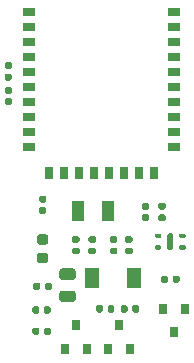
<source format=gbr>
G04 #@! TF.GenerationSoftware,KiCad,Pcbnew,(5.1.6)-1*
G04 #@! TF.CreationDate,2021-05-25T10:57:31+03:00*
G04 #@! TF.ProjectId,parasite,70617261-7369-4746-952e-6b696361645f,1.0.0*
G04 #@! TF.SameCoordinates,Original*
G04 #@! TF.FileFunction,Paste,Top*
G04 #@! TF.FilePolarity,Positive*
%FSLAX46Y46*%
G04 Gerber Fmt 4.6, Leading zero omitted, Abs format (unit mm)*
G04 Created by KiCad (PCBNEW (5.1.6)-1) date 2021-05-25 10:57:31*
%MOMM*%
%LPD*%
G01*
G04 APERTURE LIST*
%ADD10R,1.000000X0.650000*%
%ADD11R,0.650000X1.000000*%
%ADD12R,1.000000X1.800000*%
%ADD13R,0.800000X0.900000*%
%ADD14R,1.300000X1.700000*%
G04 APERTURE END LIST*
G36*
G01*
X58927500Y-38475000D02*
X59272500Y-38475000D01*
G75*
G02*
X59420000Y-38622500I0J-147500D01*
G01*
X59420000Y-38917500D01*
G75*
G02*
X59272500Y-39065000I-147500J0D01*
G01*
X58927500Y-39065000D01*
G75*
G02*
X58780000Y-38917500I0J147500D01*
G01*
X58780000Y-38622500D01*
G75*
G02*
X58927500Y-38475000I147500J0D01*
G01*
G37*
G36*
G01*
X58927500Y-37505000D02*
X59272500Y-37505000D01*
G75*
G02*
X59420000Y-37652500I0J-147500D01*
G01*
X59420000Y-37947500D01*
G75*
G02*
X59272500Y-38095000I-147500J0D01*
G01*
X58927500Y-38095000D01*
G75*
G02*
X58780000Y-37947500I0J147500D01*
G01*
X58780000Y-37652500D01*
G75*
G02*
X58927500Y-37505000I147500J0D01*
G01*
G37*
G36*
G01*
X58927500Y-36375000D02*
X59272500Y-36375000D01*
G75*
G02*
X59420000Y-36522500I0J-147500D01*
G01*
X59420000Y-36817500D01*
G75*
G02*
X59272500Y-36965000I-147500J0D01*
G01*
X58927500Y-36965000D01*
G75*
G02*
X58780000Y-36817500I0J147500D01*
G01*
X58780000Y-36522500D01*
G75*
G02*
X58927500Y-36375000I147500J0D01*
G01*
G37*
G36*
G01*
X58927500Y-35405000D02*
X59272500Y-35405000D01*
G75*
G02*
X59420000Y-35552500I0J-147500D01*
G01*
X59420000Y-35847500D01*
G75*
G02*
X59272500Y-35995000I-147500J0D01*
G01*
X58927500Y-35995000D01*
G75*
G02*
X58780000Y-35847500I0J147500D01*
G01*
X58780000Y-35552500D01*
G75*
G02*
X58927500Y-35405000I147500J0D01*
G01*
G37*
G36*
G01*
X73050000Y-50025000D02*
X73050000Y-51175000D01*
G75*
G02*
X72925000Y-51300000I-125000J0D01*
G01*
X72675000Y-51300000D01*
G75*
G02*
X72550000Y-51175000I0J125000D01*
G01*
X72550000Y-50025000D01*
G75*
G02*
X72675000Y-49900000I125000J0D01*
G01*
X72925000Y-49900000D01*
G75*
G02*
X73050000Y-50025000I0J-125000D01*
G01*
G37*
G36*
G01*
X71500000Y-51187500D02*
X71500000Y-51012500D01*
G75*
G02*
X71587500Y-50925000I87500J0D01*
G01*
X71962500Y-50925000D01*
G75*
G02*
X72050000Y-51012500I0J-87500D01*
G01*
X72050000Y-51187500D01*
G75*
G02*
X71962500Y-51275000I-87500J0D01*
G01*
X71587500Y-51275000D01*
G75*
G02*
X71500000Y-51187500I0J87500D01*
G01*
G37*
G36*
G01*
X71500000Y-50187500D02*
X71500000Y-50012500D01*
G75*
G02*
X71587500Y-49925000I87500J0D01*
G01*
X71962500Y-49925000D01*
G75*
G02*
X72050000Y-50012500I0J-87500D01*
G01*
X72050000Y-50187500D01*
G75*
G02*
X71962500Y-50275000I-87500J0D01*
G01*
X71587500Y-50275000D01*
G75*
G02*
X71500000Y-50187500I0J87500D01*
G01*
G37*
G36*
G01*
X74100000Y-50012500D02*
X74100000Y-50187500D01*
G75*
G02*
X74012500Y-50275000I-87500J0D01*
G01*
X73637500Y-50275000D01*
G75*
G02*
X73550000Y-50187500I0J87500D01*
G01*
X73550000Y-50012500D01*
G75*
G02*
X73637500Y-49925000I87500J0D01*
G01*
X74012500Y-49925000D01*
G75*
G02*
X74100000Y-50012500I0J-87500D01*
G01*
G37*
G36*
G01*
X74100000Y-51012500D02*
X74100000Y-51187500D01*
G75*
G02*
X74012500Y-51275000I-87500J0D01*
G01*
X73637500Y-51275000D01*
G75*
G02*
X73550000Y-51187500I0J87500D01*
G01*
X73550000Y-51012500D01*
G75*
G02*
X73637500Y-50925000I87500J0D01*
G01*
X74012500Y-50925000D01*
G75*
G02*
X74100000Y-51012500I0J-87500D01*
G01*
G37*
D10*
X60881000Y-42600000D03*
X60881000Y-41330000D03*
X60881000Y-40060000D03*
X60881000Y-38790000D03*
X60881000Y-37520000D03*
X60881000Y-36250000D03*
X60881000Y-34980000D03*
X60881000Y-33710000D03*
X60881000Y-32440000D03*
X60881000Y-31170000D03*
X73119000Y-38790000D03*
X73119000Y-31170000D03*
X73119000Y-37520000D03*
X73119000Y-32440000D03*
X73119000Y-33710000D03*
X73119000Y-34980000D03*
X73119000Y-40060000D03*
X73119000Y-36250000D03*
X73119000Y-41330000D03*
X73119000Y-42600000D03*
D11*
X70150000Y-44819000D03*
X62530000Y-44819000D03*
X68880000Y-44819000D03*
X63800000Y-44819000D03*
X65070000Y-44819000D03*
X66340000Y-44819000D03*
X71420000Y-44819000D03*
X67610000Y-44819000D03*
D12*
X67500000Y-48000000D03*
X65000000Y-48000000D03*
G36*
G01*
X71927500Y-48275000D02*
X72272500Y-48275000D01*
G75*
G02*
X72420000Y-48422500I0J-147500D01*
G01*
X72420000Y-48717500D01*
G75*
G02*
X72272500Y-48865000I-147500J0D01*
G01*
X71927500Y-48865000D01*
G75*
G02*
X71780000Y-48717500I0J147500D01*
G01*
X71780000Y-48422500D01*
G75*
G02*
X71927500Y-48275000I147500J0D01*
G01*
G37*
G36*
G01*
X71927500Y-47305000D02*
X72272500Y-47305000D01*
G75*
G02*
X72420000Y-47452500I0J-147500D01*
G01*
X72420000Y-47747500D01*
G75*
G02*
X72272500Y-47895000I-147500J0D01*
G01*
X71927500Y-47895000D01*
G75*
G02*
X71780000Y-47747500I0J147500D01*
G01*
X71780000Y-47452500D01*
G75*
G02*
X71927500Y-47305000I147500J0D01*
G01*
G37*
G36*
G01*
X70872500Y-47895000D02*
X70527500Y-47895000D01*
G75*
G02*
X70380000Y-47747500I0J147500D01*
G01*
X70380000Y-47452500D01*
G75*
G02*
X70527500Y-47305000I147500J0D01*
G01*
X70872500Y-47305000D01*
G75*
G02*
X71020000Y-47452500I0J-147500D01*
G01*
X71020000Y-47747500D01*
G75*
G02*
X70872500Y-47895000I-147500J0D01*
G01*
G37*
G36*
G01*
X70872500Y-48865000D02*
X70527500Y-48865000D01*
G75*
G02*
X70380000Y-48717500I0J147500D01*
G01*
X70380000Y-48422500D01*
G75*
G02*
X70527500Y-48275000I147500J0D01*
G01*
X70872500Y-48275000D01*
G75*
G02*
X71020000Y-48422500I0J-147500D01*
G01*
X71020000Y-48717500D01*
G75*
G02*
X70872500Y-48865000I-147500J0D01*
G01*
G37*
G36*
G01*
X69472500Y-50725000D02*
X69127500Y-50725000D01*
G75*
G02*
X68980000Y-50577500I0J147500D01*
G01*
X68980000Y-50282500D01*
G75*
G02*
X69127500Y-50135000I147500J0D01*
G01*
X69472500Y-50135000D01*
G75*
G02*
X69620000Y-50282500I0J-147500D01*
G01*
X69620000Y-50577500D01*
G75*
G02*
X69472500Y-50725000I-147500J0D01*
G01*
G37*
G36*
G01*
X69472500Y-51695000D02*
X69127500Y-51695000D01*
G75*
G02*
X68980000Y-51547500I0J147500D01*
G01*
X68980000Y-51252500D01*
G75*
G02*
X69127500Y-51105000I147500J0D01*
G01*
X69472500Y-51105000D01*
G75*
G02*
X69620000Y-51252500I0J-147500D01*
G01*
X69620000Y-51547500D01*
G75*
G02*
X69472500Y-51695000I-147500J0D01*
G01*
G37*
G36*
G01*
X69575000Y-56472500D02*
X69575000Y-56127500D01*
G75*
G02*
X69722500Y-55980000I147500J0D01*
G01*
X70017500Y-55980000D01*
G75*
G02*
X70165000Y-56127500I0J-147500D01*
G01*
X70165000Y-56472500D01*
G75*
G02*
X70017500Y-56620000I-147500J0D01*
G01*
X69722500Y-56620000D01*
G75*
G02*
X69575000Y-56472500I0J147500D01*
G01*
G37*
G36*
G01*
X68605000Y-56472500D02*
X68605000Y-56127500D01*
G75*
G02*
X68752500Y-55980000I147500J0D01*
G01*
X69047500Y-55980000D01*
G75*
G02*
X69195000Y-56127500I0J-147500D01*
G01*
X69195000Y-56472500D01*
G75*
G02*
X69047500Y-56620000I-147500J0D01*
G01*
X68752500Y-56620000D01*
G75*
G02*
X68605000Y-56472500I0J147500D01*
G01*
G37*
G36*
G01*
X61725000Y-58027500D02*
X61725000Y-58372500D01*
G75*
G02*
X61577500Y-58520000I-147500J0D01*
G01*
X61282500Y-58520000D01*
G75*
G02*
X61135000Y-58372500I0J147500D01*
G01*
X61135000Y-58027500D01*
G75*
G02*
X61282500Y-57880000I147500J0D01*
G01*
X61577500Y-57880000D01*
G75*
G02*
X61725000Y-58027500I0J-147500D01*
G01*
G37*
G36*
G01*
X62695000Y-58027500D02*
X62695000Y-58372500D01*
G75*
G02*
X62547500Y-58520000I-147500J0D01*
G01*
X62252500Y-58520000D01*
G75*
G02*
X62105000Y-58372500I0J147500D01*
G01*
X62105000Y-58027500D01*
G75*
G02*
X62252500Y-57880000I147500J0D01*
G01*
X62547500Y-57880000D01*
G75*
G02*
X62695000Y-58027500I0J-147500D01*
G01*
G37*
G36*
G01*
X67490000Y-56472500D02*
X67490000Y-56127500D01*
G75*
G02*
X67637500Y-55980000I147500J0D01*
G01*
X67932500Y-55980000D01*
G75*
G02*
X68080000Y-56127500I0J-147500D01*
G01*
X68080000Y-56472500D01*
G75*
G02*
X67932500Y-56620000I-147500J0D01*
G01*
X67637500Y-56620000D01*
G75*
G02*
X67490000Y-56472500I0J147500D01*
G01*
G37*
G36*
G01*
X66520000Y-56472500D02*
X66520000Y-56127500D01*
G75*
G02*
X66667500Y-55980000I147500J0D01*
G01*
X66962500Y-55980000D01*
G75*
G02*
X67110000Y-56127500I0J-147500D01*
G01*
X67110000Y-56472500D01*
G75*
G02*
X66962500Y-56620000I-147500J0D01*
G01*
X66667500Y-56620000D01*
G75*
G02*
X66520000Y-56472500I0J147500D01*
G01*
G37*
G36*
G01*
X61827500Y-47675000D02*
X62172500Y-47675000D01*
G75*
G02*
X62320000Y-47822500I0J-147500D01*
G01*
X62320000Y-48117500D01*
G75*
G02*
X62172500Y-48265000I-147500J0D01*
G01*
X61827500Y-48265000D01*
G75*
G02*
X61680000Y-48117500I0J147500D01*
G01*
X61680000Y-47822500D01*
G75*
G02*
X61827500Y-47675000I147500J0D01*
G01*
G37*
G36*
G01*
X61827500Y-46705000D02*
X62172500Y-46705000D01*
G75*
G02*
X62320000Y-46852500I0J-147500D01*
G01*
X62320000Y-47147500D01*
G75*
G02*
X62172500Y-47295000I-147500J0D01*
G01*
X61827500Y-47295000D01*
G75*
G02*
X61680000Y-47147500I0J147500D01*
G01*
X61680000Y-46852500D01*
G75*
G02*
X61827500Y-46705000I147500J0D01*
G01*
G37*
G36*
G01*
X62190000Y-54572500D02*
X62190000Y-54227500D01*
G75*
G02*
X62337500Y-54080000I147500J0D01*
G01*
X62632500Y-54080000D01*
G75*
G02*
X62780000Y-54227500I0J-147500D01*
G01*
X62780000Y-54572500D01*
G75*
G02*
X62632500Y-54720000I-147500J0D01*
G01*
X62337500Y-54720000D01*
G75*
G02*
X62190000Y-54572500I0J147500D01*
G01*
G37*
G36*
G01*
X61220000Y-54572500D02*
X61220000Y-54227500D01*
G75*
G02*
X61367500Y-54080000I147500J0D01*
G01*
X61662500Y-54080000D01*
G75*
G02*
X61810000Y-54227500I0J-147500D01*
G01*
X61810000Y-54572500D01*
G75*
G02*
X61662500Y-54720000I-147500J0D01*
G01*
X61367500Y-54720000D01*
G75*
G02*
X61220000Y-54572500I0J147500D01*
G01*
G37*
D13*
X73100000Y-58300000D03*
X72150000Y-56300000D03*
X74050000Y-56300000D03*
G36*
G01*
X62256250Y-50862500D02*
X61743750Y-50862500D01*
G75*
G02*
X61525000Y-50643750I0J218750D01*
G01*
X61525000Y-50206250D01*
G75*
G02*
X61743750Y-49987500I218750J0D01*
G01*
X62256250Y-49987500D01*
G75*
G02*
X62475000Y-50206250I0J-218750D01*
G01*
X62475000Y-50643750D01*
G75*
G02*
X62256250Y-50862500I-218750J0D01*
G01*
G37*
G36*
G01*
X62256250Y-52437500D02*
X61743750Y-52437500D01*
G75*
G02*
X61525000Y-52218750I0J218750D01*
G01*
X61525000Y-51781250D01*
G75*
G02*
X61743750Y-51562500I218750J0D01*
G01*
X62256250Y-51562500D01*
G75*
G02*
X62475000Y-51781250I0J-218750D01*
G01*
X62475000Y-52218750D01*
G75*
G02*
X62256250Y-52437500I-218750J0D01*
G01*
G37*
G36*
G01*
X61725000Y-56227500D02*
X61725000Y-56572500D01*
G75*
G02*
X61577500Y-56720000I-147500J0D01*
G01*
X61282500Y-56720000D01*
G75*
G02*
X61135000Y-56572500I0J147500D01*
G01*
X61135000Y-56227500D01*
G75*
G02*
X61282500Y-56080000I147500J0D01*
G01*
X61577500Y-56080000D01*
G75*
G02*
X61725000Y-56227500I0J-147500D01*
G01*
G37*
G36*
G01*
X62695000Y-56227500D02*
X62695000Y-56572500D01*
G75*
G02*
X62547500Y-56720000I-147500J0D01*
G01*
X62252500Y-56720000D01*
G75*
G02*
X62105000Y-56572500I0J147500D01*
G01*
X62105000Y-56227500D01*
G75*
G02*
X62252500Y-56080000I147500J0D01*
G01*
X62547500Y-56080000D01*
G75*
G02*
X62695000Y-56227500I0J-147500D01*
G01*
G37*
G36*
G01*
X66372500Y-50725000D02*
X66027500Y-50725000D01*
G75*
G02*
X65880000Y-50577500I0J147500D01*
G01*
X65880000Y-50282500D01*
G75*
G02*
X66027500Y-50135000I147500J0D01*
G01*
X66372500Y-50135000D01*
G75*
G02*
X66520000Y-50282500I0J-147500D01*
G01*
X66520000Y-50577500D01*
G75*
G02*
X66372500Y-50725000I-147500J0D01*
G01*
G37*
G36*
G01*
X66372500Y-51695000D02*
X66027500Y-51695000D01*
G75*
G02*
X65880000Y-51547500I0J147500D01*
G01*
X65880000Y-51252500D01*
G75*
G02*
X66027500Y-51105000I147500J0D01*
G01*
X66372500Y-51105000D01*
G75*
G02*
X66520000Y-51252500I0J-147500D01*
G01*
X66520000Y-51547500D01*
G75*
G02*
X66372500Y-51695000I-147500J0D01*
G01*
G37*
G36*
G01*
X64627500Y-51105000D02*
X64972500Y-51105000D01*
G75*
G02*
X65120000Y-51252500I0J-147500D01*
G01*
X65120000Y-51547500D01*
G75*
G02*
X64972500Y-51695000I-147500J0D01*
G01*
X64627500Y-51695000D01*
G75*
G02*
X64480000Y-51547500I0J147500D01*
G01*
X64480000Y-51252500D01*
G75*
G02*
X64627500Y-51105000I147500J0D01*
G01*
G37*
G36*
G01*
X64627500Y-50135000D02*
X64972500Y-50135000D01*
G75*
G02*
X65120000Y-50282500I0J-147500D01*
G01*
X65120000Y-50577500D01*
G75*
G02*
X64972500Y-50725000I-147500J0D01*
G01*
X64627500Y-50725000D01*
G75*
G02*
X64480000Y-50577500I0J147500D01*
G01*
X64480000Y-50282500D01*
G75*
G02*
X64627500Y-50135000I147500J0D01*
G01*
G37*
G36*
G01*
X72625000Y-53627500D02*
X72625000Y-53972500D01*
G75*
G02*
X72477500Y-54120000I-147500J0D01*
G01*
X72182500Y-54120000D01*
G75*
G02*
X72035000Y-53972500I0J147500D01*
G01*
X72035000Y-53627500D01*
G75*
G02*
X72182500Y-53480000I147500J0D01*
G01*
X72477500Y-53480000D01*
G75*
G02*
X72625000Y-53627500I0J-147500D01*
G01*
G37*
G36*
G01*
X73595000Y-53627500D02*
X73595000Y-53972500D01*
G75*
G02*
X73447500Y-54120000I-147500J0D01*
G01*
X73152500Y-54120000D01*
G75*
G02*
X73005000Y-53972500I0J147500D01*
G01*
X73005000Y-53627500D01*
G75*
G02*
X73152500Y-53480000I147500J0D01*
G01*
X73447500Y-53480000D01*
G75*
G02*
X73595000Y-53627500I0J-147500D01*
G01*
G37*
G36*
G01*
X68172500Y-50725000D02*
X67827500Y-50725000D01*
G75*
G02*
X67680000Y-50577500I0J147500D01*
G01*
X67680000Y-50282500D01*
G75*
G02*
X67827500Y-50135000I147500J0D01*
G01*
X68172500Y-50135000D01*
G75*
G02*
X68320000Y-50282500I0J-147500D01*
G01*
X68320000Y-50577500D01*
G75*
G02*
X68172500Y-50725000I-147500J0D01*
G01*
G37*
G36*
G01*
X68172500Y-51695000D02*
X67827500Y-51695000D01*
G75*
G02*
X67680000Y-51547500I0J147500D01*
G01*
X67680000Y-51252500D01*
G75*
G02*
X67827500Y-51105000I147500J0D01*
G01*
X68172500Y-51105000D01*
G75*
G02*
X68320000Y-51252500I0J-147500D01*
G01*
X68320000Y-51547500D01*
G75*
G02*
X68172500Y-51695000I-147500J0D01*
G01*
G37*
X68450000Y-57700000D03*
X69400000Y-59700000D03*
X67500000Y-59700000D03*
X64800000Y-57700000D03*
X65750000Y-59700000D03*
X63850000Y-59700000D03*
G36*
G01*
X64556250Y-53850000D02*
X63643750Y-53850000D01*
G75*
G02*
X63400000Y-53606250I0J243750D01*
G01*
X63400000Y-53118750D01*
G75*
G02*
X63643750Y-52875000I243750J0D01*
G01*
X64556250Y-52875000D01*
G75*
G02*
X64800000Y-53118750I0J-243750D01*
G01*
X64800000Y-53606250D01*
G75*
G02*
X64556250Y-53850000I-243750J0D01*
G01*
G37*
G36*
G01*
X64556250Y-55725000D02*
X63643750Y-55725000D01*
G75*
G02*
X63400000Y-55481250I0J243750D01*
G01*
X63400000Y-54993750D01*
G75*
G02*
X63643750Y-54750000I243750J0D01*
G01*
X64556250Y-54750000D01*
G75*
G02*
X64800000Y-54993750I0J-243750D01*
G01*
X64800000Y-55481250D01*
G75*
G02*
X64556250Y-55725000I-243750J0D01*
G01*
G37*
D14*
X69700000Y-53700000D03*
X66200000Y-53700000D03*
M02*

</source>
